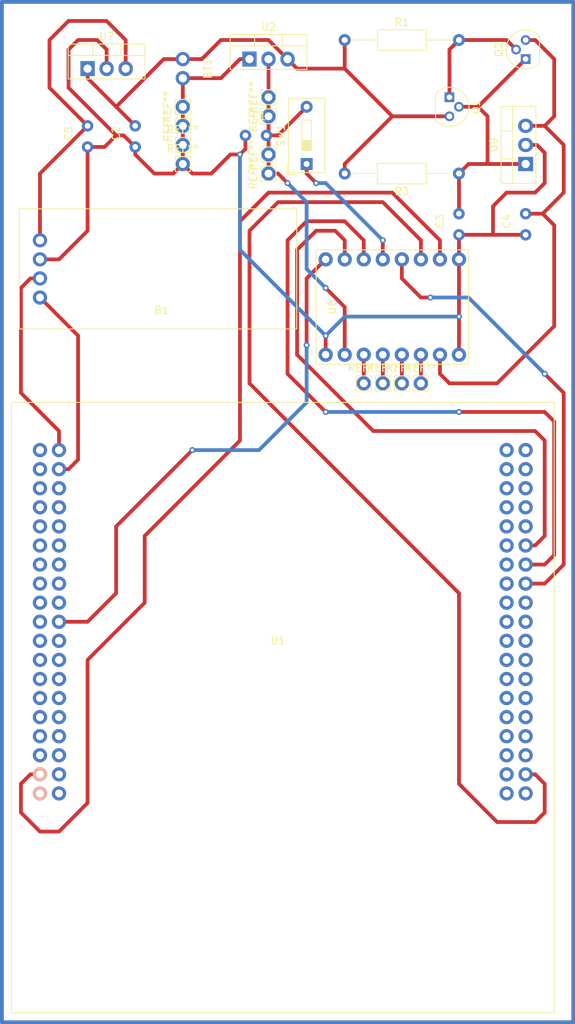
<source format=kicad_pcb>
(kicad_pcb (version 20171130) (host pcbnew "(5.1.10)-1")

  (general
    (thickness 1.6)
    (drawings 4)
    (tracks 242)
    (zones 0)
    (modules 29)
    (nets 17)
  )

  (page A4)
  (layers
    (0 F.Cu signal)
    (31 B.Cu signal)
    (32 B.Adhes user)
    (33 F.Adhes user)
    (34 B.Paste user)
    (35 F.Paste user)
    (36 B.SilkS user)
    (37 F.SilkS user)
    (38 B.Mask user)
    (39 F.Mask user)
    (40 Dwgs.User user)
    (41 Cmts.User user)
    (42 Eco1.User user)
    (43 Eco2.User user)
    (44 Edge.Cuts user)
    (45 Margin user)
    (46 B.CrtYd user)
    (47 F.CrtYd user)
    (48 B.Fab user)
    (49 F.Fab user)
  )

  (setup
    (last_trace_width 0.5)
    (user_trace_width 0.25)
    (user_trace_width 0.5)
    (trace_clearance 0.2)
    (zone_clearance 0.508)
    (zone_45_only no)
    (trace_min 0.2)
    (via_size 0.8)
    (via_drill 0.4)
    (via_min_size 0.4)
    (via_min_drill 0.3)
    (uvia_size 0.3)
    (uvia_drill 0.1)
    (uvias_allowed no)
    (uvia_min_size 0.2)
    (uvia_min_drill 0.1)
    (edge_width 0.05)
    (segment_width 0.2)
    (pcb_text_width 0.3)
    (pcb_text_size 1.5 1.5)
    (mod_edge_width 0.12)
    (mod_text_size 1 1)
    (mod_text_width 0.15)
    (pad_size 1.905 1.905)
    (pad_drill 1.05)
    (pad_to_mask_clearance 0)
    (aux_axis_origin 0 0)
    (visible_elements 7FFFFFFF)
    (pcbplotparams
      (layerselection 0x010fc_ffffffff)
      (usegerberextensions false)
      (usegerberattributes true)
      (usegerberadvancedattributes true)
      (creategerberjobfile true)
      (excludeedgelayer true)
      (linewidth 0.100000)
      (plotframeref false)
      (viasonmask false)
      (mode 1)
      (useauxorigin false)
      (hpglpennumber 1)
      (hpglpenspeed 20)
      (hpglpendiameter 15.000000)
      (psnegative false)
      (psa4output false)
      (plotreference true)
      (plotvalue true)
      (plotinvisibletext false)
      (padsonsilk false)
      (subtractmaskfromsilk false)
      (outputformat 1)
      (mirror false)
      (drillshape 1)
      (scaleselection 1)
      (outputdirectory ""))
  )

  (net 0 "")
  (net 1 RX)
  (net 2 TX)
  (net 3 GND)
  (net 4 VMOT)
  (net 5 VMOTS)
  (net 6 VCC)
  (net 7 BIN2)
  (net 8 AIN2)
  (net 9 AIN1)
  (net 10 BIN1)
  (net 11 PWMB)
  (net 12 PWMA)
  (net 13 +3V3)
  (net 14 "Net-(C3-Pad1)")
  (net 15 "Net-(Q1-Pad1)")
  (net 16 STBY)

  (net_class Default "This is the default net class."
    (clearance 0.2)
    (trace_width 0.25)
    (via_dia 0.8)
    (via_drill 0.4)
    (uvia_dia 0.3)
    (uvia_drill 0.1)
    (add_net +3V3)
    (add_net AIN1)
    (add_net AIN2)
    (add_net BIN1)
    (add_net BIN2)
    (add_net GND)
    (add_net "Net-(C3-Pad1)")
    (add_net "Net-(Q1-Pad1)")
    (add_net PWMA)
    (add_net PWMB)
    (add_net RX)
    (add_net STBY)
    (add_net TX)
    (add_net VCC)
    (add_net VMOT)
    (add_net VMOTS)
  )

  (net_class typ2 ""
    (clearance 0.2)
    (trace_width 0.5)
    (via_dia 0.8)
    (via_drill 0.4)
    (uvia_dia 0.3)
    (uvia_drill 0.1)
  )

  (module projekt_zespołowy:stm32f334R8 (layer F.Cu) (tedit 62625DF3) (tstamp 6252470D)
    (at 111.76 114.3 180)
    (path /62555389)
    (fp_text reference U1 (at 2.54 0) (layer F.SilkS)
      (effects (font (size 1 1) (thickness 0.15)))
    )
    (fp_text value STM32F334R8Tx (at 0 -2.54) (layer F.Fab)
      (effects (font (size 1 1) (thickness 0.15)))
    )
    (fp_line (start 38.1 31.75) (end 36.83 31.75) (layer F.SilkS) (width 0.12))
    (fp_line (start 38.1 -49.53) (end 38.1 31.75) (layer F.SilkS) (width 0.12))
    (fp_line (start 36.83 -49.53) (end 38.1 -49.53) (layer F.SilkS) (width 0.12))
    (fp_line (start -34.29 -20.32) (end -34.29 31.75) (layer F.SilkS) (width 0.12))
    (fp_line (start -34.29 31.75) (end 36.83 31.75) (layer F.SilkS) (width 0.12))
    (fp_line (start 36.83 -49.53) (end -34.29 -49.53) (layer F.SilkS) (width 0.12))
    (fp_line (start -34.29 -49.53) (end -34.29 -20.32) (layer F.SilkS) (width 0.12))
    (pad RESET thru_hole circle (at -27.94 -5.08 180) (size 1.905 1.905) (drill 1.05) (layers *.Cu *.Mask))
    (pad NC thru_hole circle (at -27.94 -10.16 180) (size 1.905 1.905) (drill 1.05) (layers *.Cu *.Mask))
    (pad GND thru_hole circle (at -27.94 -12.7 180) (size 1.905 1.905) (drill 1.05) (layers *.Cu *.Mask))
    (pad IOREF thru_hole circle (at -27.94 -7.62 180) (size 1.905 1.905) (drill 1.05) (layers *.Cu *.Mask))
    (pad E5V thru_hole circle (at -27.94 -15.24 180) (size 1.905 1.905) (drill 1.05) (layers *.Cu *.Mask))
    (pad 52 thru_hole circle (at -27.94 -20.32 180) (size 1.905 1.905) (drill 1.05) (layers *.Cu *.Mask))
    (pad 54 thru_hole circle (at -27.94 -17.78 180) (size 1.905 1.905) (drill 1.05) (layers *.Cu *.Mask B.Paste))
    (pad 3V3 thru_hole circle (at -27.94 -2.54 180) (size 1.905 1.905) (drill 1.05) (layers *.Cu *.Mask))
    (pad 8 thru_hole circle (at -27.94 25.4 180) (size 1.905 1.905) (drill 1.05) (layers *.Cu *.Mask))
    (pad 20 thru_hole circle (at -27.94 17.78 180) (size 1.905 1.905) (drill 1.05) (layers *.Cu *.Mask))
    (pad 15 thru_hole circle (at -27.94 15.24 180) (size 1.905 1.905) (drill 1.05) (layers *.Cu *.Mask))
    (pad 14 thru_hole circle (at -27.94 12.7 180) (size 1.905 1.905) (drill 1.05) (layers *.Cu *.Mask))
    (pad 26 thru_hole circle (at -27.94 20.32 180) (size 1.905 1.905) (drill 1.05) (layers *.Cu *.Mask))
    (pad 9 thru_hole circle (at -27.94 22.86 180) (size 1.905 1.905) (drill 1.05) (layers *.Cu *.Mask))
    (pad NC thru_hole circle (at -27.94 10.16 180) (size 1.905 1.905) (drill 1.05) (layers *.Cu *.Mask))
    (pad VIN thru_hole circle (at -27.94 7.62 180) (size 1.905 1.905) (drill 1.05) (layers *.Cu *.Mask))
    (pad GND thru_hole circle (at -27.94 5.08 180) (size 1.905 1.905) (drill 1.05) (layers *.Cu *.Mask))
    (pad GND thru_hole circle (at -27.94 2.54 180) (size 1.905 1.905) (drill 1.05) (layers *.Cu *.Mask))
    (pad 5V thru_hole circle (at -27.94 0 180) (size 1.905 1.905) (drill 1.05) (layers *.Cu F.Mask))
    (pad 46 thru_hole circle (at -30.48 -5.08 180) (size 1.905 1.905) (drill 1.05) (layers *.Cu *.Mask))
    (pad NC thru_hole circle (at -30.48 -10.16 180) (size 1.905 1.905) (drill 1.05) (layers *.Cu *.Mask))
    (pad 60 thru_hole circle (at -30.48 -12.7 180) (size 1.905 1.905) (drill 1.05) (layers *.Cu *.Mask))
    (pad NC thru_hole circle (at -30.48 -7.62 180) (size 1.905 1.905) (drill 1.05) (layers *.Cu *.Mask))
    (pad VDD thru_hole circle (at -30.48 -15.24 180) (size 1.905 1.905) (drill 1.05) (layers *.Cu *.Mask))
    (pad 51 thru_hole circle (at -30.48 -20.32 180) (size 1.905 1.905) (drill 1.05) (layers *.Cu *.Mask B.Adhes))
    (pad 53 thru_hole circle (at -30.48 -17.78 180) (size 1.905 1.905) (drill 1.05) (layers *.Cu *.Mask)
      (net 7 BIN2))
    (pad 49 thru_hole circle (at -30.48 -2.54 180) (size 1.905 1.905) (drill 1.05) (layers *.Cu *.Mask))
    (pad 11 thru_hole circle (at -30.48 25.4 180) (size 1.905 1.905) (drill 1.05) (layers *.Cu *.Mask))
    (pad 6 thru_hole circle (at -30.48 17.78 180) (size 1.905 1.905) (drill 1.05) (layers *.Cu *.Mask))
    (pad 5 thru_hole circle (at -30.48 15.24 180) (size 1.905 1.905) (drill 1.05) (layers *.Cu *.Mask))
    (pad 4 thru_hole circle (at -30.48 12.7 180) (size 1.905 1.905) (drill 1.05) (layers *.Cu *.Mask)
      (net 8 AIN2))
    (pad VBAT thru_hole circle (at -30.48 20.32 180) (size 1.905 1.905) (drill 1.05) (layers *.Cu *.Mask))
    (pad 10 thru_hole circle (at -30.48 22.86 180) (size 1.905 1.905) (drill 1.05) (layers *.Cu *.Mask))
    (pad 3 thru_hole circle (at -30.48 10.16 180) (size 1.905 1.905) (drill 1.05) (layers *.Cu *.Mask)
      (net 9 AIN1))
    (pad 2 thru_hole circle (at -30.48 7.62 180) (size 1.905 1.905) (drill 1.05) (layers *.Cu *.Mask)
      (net 10 BIN1))
    (pad 59 thru_hole circle (at -30.48 5.08 180) (size 1.905 1.905) (drill 1.05) (layers *.Cu *.Mask))
    (pad GND thru_hole circle (at -30.48 2.54 180) (size 1.905 1.905) (drill 1.05) (layers *.Cu *.Mask))
    (pad 50 thru_hole circle (at -30.48 0 180) (size 1.905 1.905) (drill 1.05) (layers *.Cu *.Mask Eco2.User))
    (pad 44 thru_hole circle (at 34.29 -5.08 180) (size 1.905 1.905) (drill 1.05) (layers *.Cu *.Mask))
    (pad NC thru_hole circle (at 34.29 -10.16 180) (size 1.905 1.905) (drill 1.05) (layers *.Cu *.Mask))
    (pad U5V thru_hole circle (at 34.29 -12.7 180) (size 1.905 1.905) (drill 1.05) (layers *.Cu *.Mask))
    (pad 45 thru_hole circle (at 34.29 -7.62 180) (size 1.905 1.905) (drill 1.05) (layers *.Cu *.Mask))
    (pad 25 thru_hole circle (at 34.29 -15.24 180) (size 1.905 1.905) (drill 1.05) (layers *.Cu *.Mask))
    (pad 39 thru_hole circle (at 34.29 -20.32 180) (size 1.905 1.905) (drill 1.05) (layers *.Cu *.Mask B.SilkS))
    (pad 37 thru_hole circle (at 34.29 -17.78 180) (size 1.905 1.905) (drill 1.05) (layers *.Cu *.Mask B.SilkS)
      (net 11 PWMB))
    (pad 33 thru_hole circle (at 34.29 -2.54 180) (size 1.905 1.905) (drill 1.05) (layers *.Cu *.Mask))
    (pad NC thru_hole circle (at 34.29 25.4 180) (size 1.905 1.905) (drill 1.05) (layers *.Cu *.Mask))
    (pad AGND thru_hole circle (at 34.29 17.78 180) (size 1.905 1.905) (drill 1.05) (layers *.Cu *.Mask))
    (pad 34 thru_hole circle (at 34.29 15.24 180) (size 1.905 1.905) (drill 1.05) (layers *.Cu *.Mask))
    (pad 35 thru_hole circle (at 34.29 12.7 180) (size 1.905 1.905) (drill 1.05) (layers *.Cu *.Mask))
    (pad 24 thru_hole circle (at 34.29 20.32 180) (size 1.905 1.905) (drill 1.05) (layers *.Cu *.Mask))
    (pad NC thru_hole circle (at 34.29 22.86 180) (size 1.905 1.905) (drill 1.05) (layers *.Cu *.Mask))
    (pad 36 thru_hole circle (at 34.29 10.16 180) (size 1.905 1.905) (drill 1.05) (layers *.Cu *.Mask))
    (pad 27 thru_hole circle (at 34.29 7.62 180) (size 1.905 1.905) (drill 1.05) (layers *.Cu *.Mask))
    (pad 28 thru_hole circle (at 34.29 5.08 180) (size 1.905 1.905) (drill 1.05) (layers *.Cu *.Mask))
    (pad GND thru_hole circle (at 34.29 2.54 180) (size 1.905 1.905) (drill 1.05) (layers *.Cu *.Mask))
    (pad 30 thru_hole circle (at 34.29 0 180) (size 1.905 1.905) (drill 1.05) (layers *.Cu *.Mask))
    (pad 40 thru_hole circle (at 31.75 -20.32 180) (size 1.905 1.905) (drill 1.05) (layers *.Cu *.Mask))
    (pad 61 thru_hole circle (at 31.75 -17.78 180) (size 1.905 1.905) (drill 1.05) (layers *.Cu *.Mask))
    (pad 62 thru_hole circle (at 31.75 -15.24 180) (size 1.905 1.905) (drill 1.05) (layers *.Cu *.Mask))
    (pad AVDD thru_hole circle (at 31.75 -12.7 180) (size 1.905 1.905) (drill 1.05) (layers *.Cu *.Mask))
    (pad GND thru_hole circle (at 31.75 -10.16 180) (size 1.905 1.905) (drill 1.05) (layers *.Cu *.Mask))
    (pad 21 thru_hole circle (at 31.75 -7.62 180) (size 1.905 1.905) (drill 1.05) (layers *.Cu *.Mask))
    (pad 22 thru_hole circle (at 31.75 -5.08 180) (size 1.905 1.905) (drill 1.05) (layers *.Cu *.Mask))
    (pad 23 thru_hole circle (at 31.75 -2.54 180) (size 1.905 1.905) (drill 1.05) (layers *.Cu *.Mask))
    (pad 58 thru_hole circle (at 31.75 0 180) (size 1.905 1.905) (drill 1.05) (layers *.Cu *.Mask))
    (pad 38 thru_hole circle (at 31.75 2.54 180) (size 1.905 1.905) (drill 1.05) (layers *.Cu *.Mask)
      (net 12 PWMA))
    (pad 42 thru_hole circle (at 31.75 5.08 180) (size 1.905 1.905) (drill 1.05) (layers *.Cu *.Mask))
    (pad 41 thru_hole circle (at 31.75 7.62 180) (size 1.905 1.905) (drill 1.05) (layers *.Cu *.Mask))
    (pad 29 thru_hole circle (at 31.75 10.16 180) (size 1.905 1.905) (drill 1.05) (layers *.Cu *.Mask))
    (pad 56 thru_hole circle (at 31.75 12.7 180) (size 1.905 1.905) (drill 1.05) (layers *.Cu *.Mask))
    (pad 57 thru_hole circle (at 31.75 15.24 180) (size 1.905 1.905) (drill 1.05) (layers *.Cu *.Mask))
    (pad 55 thru_hole circle (at 31.75 17.78 180) (size 1.905 1.905) (drill 1.05) (layers *.Cu *.Mask))
    (pad 43 thru_hole circle (at 31.75 20.32 180) (size 1.905 1.905) (drill 1.05) (layers *.Cu *.Mask))
    (pad 16 thru_hole circle (at 31.75 22.86 180) (size 1.905 1.905) (drill 1.05) (layers *.Cu *.Mask)
      (net 1 RX))
    (pad 17 thru_hole circle (at 31.75 25.4 180) (size 1.905 1.905) (drill 1.05) (layers *.Cu *.Mask)
      (net 2 TX))
  )

  (module projekt_zespołowy:pin (layer F.Cu) (tedit 625FBAA0) (tstamp 625FBD2D)
    (at 96.52 48.26)
    (fp_text reference REF** (at 0 -2.04) (layer F.SilkS)
      (effects (font (size 1 1) (thickness 0.15)))
    )
    (fp_text value pin (at 0 -3.04) (layer F.Fab)
      (effects (font (size 1 1) (thickness 0.15)))
    )
    (fp_line (start -1 -1) (end -1 1) (layer F.SilkS) (width 0.12))
    (fp_line (start -1 1) (end 1 1) (layer F.SilkS) (width 0.12))
    (fp_line (start 1 1) (end 1 -1) (layer F.SilkS) (width 0.12))
    (fp_line (start 1 -1) (end -1 -1) (layer F.SilkS) (width 0.12))
    (pad 1 thru_hole circle (at 0 0) (size 1.905 1.905) (drill 1.05) (layers *.Cu *.Mask)
      (net 3 GND))
  )

  (module projekt_zespołowy:pin (layer F.Cu) (tedit 625FBAAC) (tstamp 625FBD2D)
    (at 96.52 43.18 90)
    (fp_text reference REF** (at 0 -2.04 90) (layer F.SilkS)
      (effects (font (size 1 1) (thickness 0.15)))
    )
    (fp_text value pin (at 0 -3.04 90) (layer F.Fab)
      (effects (font (size 1 1) (thickness 0.15)))
    )
    (fp_line (start -1 -1) (end -1 1) (layer F.SilkS) (width 0.12))
    (fp_line (start -1 1) (end 1 1) (layer F.SilkS) (width 0.12))
    (fp_line (start 1 1) (end 1 -1) (layer F.SilkS) (width 0.12))
    (fp_line (start 1 -1) (end -1 -1) (layer F.SilkS) (width 0.12))
    (pad 1 thru_hole circle (at 0 0 90) (size 1.905 1.905) (drill 1.05) (layers *.Cu *.Mask)
      (net 3 GND))
  )

  (module projekt_zespołowy:pin (layer F.Cu) (tedit 625FBAA5) (tstamp 625FBD2D)
    (at 96.52 45.72 90)
    (fp_text reference REF** (at 0 -2.04 90) (layer F.SilkS)
      (effects (font (size 1 1) (thickness 0.15)))
    )
    (fp_text value pin (at 0 -3.04 90) (layer F.Fab)
      (effects (font (size 1 1) (thickness 0.15)))
    )
    (fp_line (start -1 -1) (end -1 1) (layer F.SilkS) (width 0.12))
    (fp_line (start -1 1) (end 1 1) (layer F.SilkS) (width 0.12))
    (fp_line (start 1 1) (end 1 -1) (layer F.SilkS) (width 0.12))
    (fp_line (start 1 -1) (end -1 -1) (layer F.SilkS) (width 0.12))
    (pad 1 thru_hole circle (at 0 0 90) (size 1.905 1.905) (drill 1.05) (layers *.Cu *.Mask)
      (net 3 GND))
  )

  (module projekt_zespołowy:pin (layer F.Cu) (tedit 625FBA9B) (tstamp 625FBD2D)
    (at 96.52 50.8)
    (fp_text reference REF** (at 0 -2.04) (layer F.SilkS)
      (effects (font (size 1 1) (thickness 0.15)))
    )
    (fp_text value pin (at 0 -3.04) (layer F.Fab)
      (effects (font (size 1 1) (thickness 0.15)))
    )
    (fp_line (start -1 -1) (end -1 1) (layer F.SilkS) (width 0.12))
    (fp_line (start -1 1) (end 1 1) (layer F.SilkS) (width 0.12))
    (fp_line (start 1 1) (end 1 -1) (layer F.SilkS) (width 0.12))
    (fp_line (start 1 -1) (end -1 -1) (layer F.SilkS) (width 0.12))
    (pad 1 thru_hole circle (at 0 0) (size 1.905 1.905) (drill 1.05) (layers *.Cu *.Mask)
      (net 3 GND))
  )

  (module projekt_zespołowy:pin (layer F.Cu) (tedit 625FBABF) (tstamp 625FBD2D)
    (at 107.95 49.53 90)
    (fp_text reference REF** (at 0 -2.04 90) (layer F.SilkS)
      (effects (font (size 1 1) (thickness 0.15)))
    )
    (fp_text value pin (at 0 -3.04 90) (layer F.Fab)
      (effects (font (size 1 1) (thickness 0.15)))
    )
    (fp_line (start -1 -1) (end -1 1) (layer F.SilkS) (width 0.12))
    (fp_line (start -1 1) (end 1 1) (layer F.SilkS) (width 0.12))
    (fp_line (start 1 1) (end 1 -1) (layer F.SilkS) (width 0.12))
    (fp_line (start 1 -1) (end -1 -1) (layer F.SilkS) (width 0.12))
    (pad 1 thru_hole circle (at 0 0 90) (size 1.905 1.905) (drill 1.05) (layers *.Cu *.Mask)
      (net 13 +3V3))
  )

  (module projekt_zespołowy:pin (layer F.Cu) (tedit 625FBAB9) (tstamp 625FBD2D)
    (at 107.95 44.45 90)
    (fp_text reference REF** (at 0 -2.04 90) (layer F.SilkS)
      (effects (font (size 1 1) (thickness 0.15)))
    )
    (fp_text value pin (at 0 -3.04 90) (layer F.Fab)
      (effects (font (size 1 1) (thickness 0.15)))
    )
    (fp_line (start -1 -1) (end -1 1) (layer F.SilkS) (width 0.12))
    (fp_line (start -1 1) (end 1 1) (layer F.SilkS) (width 0.12))
    (fp_line (start 1 1) (end 1 -1) (layer F.SilkS) (width 0.12))
    (fp_line (start 1 -1) (end -1 -1) (layer F.SilkS) (width 0.12))
    (pad 1 thru_hole circle (at 0 0 90) (size 1.905 1.905) (drill 1.05) (layers *.Cu *.Mask)
      (net 13 +3V3))
  )

  (module projekt_zespołowy:pin (layer F.Cu) (tedit 625FBAB4) (tstamp 625FBD2D)
    (at 107.95 41.91 90)
    (fp_text reference REF** (at 0 -2.04 90) (layer F.SilkS)
      (effects (font (size 1 1) (thickness 0.15)))
    )
    (fp_text value pin (at 0 -3.04 90) (layer F.Fab)
      (effects (font (size 1 1) (thickness 0.15)))
    )
    (fp_line (start -1 -1) (end -1 1) (layer F.SilkS) (width 0.12))
    (fp_line (start -1 1) (end 1 1) (layer F.SilkS) (width 0.12))
    (fp_line (start 1 1) (end 1 -1) (layer F.SilkS) (width 0.12))
    (fp_line (start 1 -1) (end -1 -1) (layer F.SilkS) (width 0.12))
    (pad 1 thru_hole circle (at 0 0 90) (size 1.905 1.905) (drill 1.05) (layers *.Cu *.Mask)
      (net 13 +3V3))
  )

  (module projekt_zespołowy:pin (layer F.Cu) (tedit 625FBAC4) (tstamp 625FBD2D)
    (at 107.95 52.07 90)
    (fp_text reference REF** (at 0 -2.04 90) (layer F.SilkS)
      (effects (font (size 1 1) (thickness 0.15)))
    )
    (fp_text value pin (at 0 -3.04 90) (layer F.Fab)
      (effects (font (size 1 1) (thickness 0.15)))
    )
    (fp_line (start -1 -1) (end -1 1) (layer F.SilkS) (width 0.12))
    (fp_line (start -1 1) (end 1 1) (layer F.SilkS) (width 0.12))
    (fp_line (start 1 1) (end 1 -1) (layer F.SilkS) (width 0.12))
    (fp_line (start 1 -1) (end -1 -1) (layer F.SilkS) (width 0.12))
    (pad 1 thru_hole circle (at 0 0 90) (size 1.905 1.905) (drill 1.05) (layers *.Cu *.Mask)
      (net 13 +3V3))
  )

  (module projekt_zespołowy:pin (layer F.Cu) (tedit 625FBA85) (tstamp 625FBD2D)
    (at 128.27 80.01)
    (fp_text reference REF** (at 0 -2.04) (layer F.SilkS)
      (effects (font (size 1 1) (thickness 0.15)))
    )
    (fp_text value pin (at 0 -3.04) (layer F.Fab)
      (effects (font (size 1 1) (thickness 0.15)))
    )
    (fp_line (start -1 -1) (end -1 1) (layer F.SilkS) (width 0.12))
    (fp_line (start -1 1) (end 1 1) (layer F.SilkS) (width 0.12))
    (fp_line (start 1 1) (end 1 -1) (layer F.SilkS) (width 0.12))
    (fp_line (start 1 -1) (end -1 -1) (layer F.SilkS) (width 0.12))
    (pad 1 thru_hole circle (at 0 0) (size 1.905 1.905) (drill 1.05) (layers *.Cu *.Mask))
  )

  (module projekt_zespołowy:pin (layer F.Cu) (tedit 625FBA76) (tstamp 625FBD2D)
    (at 125.73 80.01)
    (fp_text reference REF** (at 0 -2.04) (layer F.SilkS)
      (effects (font (size 1 1) (thickness 0.15)))
    )
    (fp_text value pin (at 0 -3.04) (layer F.Fab)
      (effects (font (size 1 1) (thickness 0.15)))
    )
    (fp_line (start -1 -1) (end -1 1) (layer F.SilkS) (width 0.12))
    (fp_line (start -1 1) (end 1 1) (layer F.SilkS) (width 0.12))
    (fp_line (start 1 1) (end 1 -1) (layer F.SilkS) (width 0.12))
    (fp_line (start 1 -1) (end -1 -1) (layer F.SilkS) (width 0.12))
    (pad 1 thru_hole circle (at 0 0) (size 1.905 1.905) (drill 1.05) (layers *.Cu *.Mask))
  )

  (module projekt_zespołowy:pin (layer F.Cu) (tedit 625FBA8D) (tstamp 625FBD2D)
    (at 123.19 80.01)
    (fp_text reference REF** (at 0 -2.04) (layer F.SilkS)
      (effects (font (size 1 1) (thickness 0.15)))
    )
    (fp_text value pin (at 0 -3.04) (layer F.Fab)
      (effects (font (size 1 1) (thickness 0.15)))
    )
    (fp_line (start -1 -1) (end -1 1) (layer F.SilkS) (width 0.12))
    (fp_line (start -1 1) (end 1 1) (layer F.SilkS) (width 0.12))
    (fp_line (start 1 1) (end 1 -1) (layer F.SilkS) (width 0.12))
    (fp_line (start 1 -1) (end -1 -1) (layer F.SilkS) (width 0.12))
    (pad 1 thru_hole circle (at 0 0) (size 1.905 1.905) (drill 1.05) (layers *.Cu *.Mask))
  )

  (module projekt_zespołowy:pin (layer F.Cu) (tedit 625FBA93) (tstamp 625FBD1A)
    (at 120.65 80.01)
    (fp_text reference REF** (at 0 -2.04) (layer F.SilkS)
      (effects (font (size 1 1) (thickness 0.15)))
    )
    (fp_text value pin (at 0 -3.04) (layer F.Fab)
      (effects (font (size 1 1) (thickness 0.15)))
    )
    (fp_line (start -1 -1) (end -1 1) (layer F.SilkS) (width 0.12))
    (fp_line (start -1 1) (end 1 1) (layer F.SilkS) (width 0.12))
    (fp_line (start 1 1) (end 1 -1) (layer F.SilkS) (width 0.12))
    (fp_line (start 1 -1) (end -1 -1) (layer F.SilkS) (width 0.12))
    (pad 1 thru_hole circle (at 0 0) (size 1.905 1.905) (drill 1.05) (layers *.Cu *.Mask))
  )

  (module Button_Switch_THT:SW_DIP_SPSTx01_Slide_9.78x4.72mm_W7.62mm_P2.54mm (layer F.Cu) (tedit 625FB6D3) (tstamp 62601B91)
    (at 113.03 50.8 90)
    (descr "1x-dip-switch SPST , Slide, row spacing 7.62 mm (300 mils), body size 9.78x4.72mm (see e.g. https://www.ctscorp.com/wp-content/uploads/206-208.pdf)")
    (tags "DIP Switch SPST Slide 7.62mm 300mil")
    (path /6260944A)
    (fp_text reference SW1 (at 3.81 -3.42 90) (layer F.SilkS)
      (effects (font (size 1 1) (thickness 0.15)))
    )
    (fp_text value SW_DIP_x01 (at 3.81 3.42 90) (layer F.Fab)
      (effects (font (size 1 1) (thickness 0.15)))
    )
    (fp_line (start -0.08 -2.36) (end 8.7 -2.36) (layer F.Fab) (width 0.1))
    (fp_line (start 8.7 -2.36) (end 8.7 2.36) (layer F.Fab) (width 0.1))
    (fp_line (start 8.7 2.36) (end -1.08 2.36) (layer F.Fab) (width 0.1))
    (fp_line (start -1.08 2.36) (end -1.08 -1.36) (layer F.Fab) (width 0.1))
    (fp_line (start -1.08 -1.36) (end -0.08 -2.36) (layer F.Fab) (width 0.1))
    (fp_line (start 1.78 -0.635) (end 1.78 0.635) (layer F.Fab) (width 0.1))
    (fp_line (start 1.78 0.635) (end 5.84 0.635) (layer F.Fab) (width 0.1))
    (fp_line (start 5.84 0.635) (end 5.84 -0.635) (layer F.Fab) (width 0.1))
    (fp_line (start 5.84 -0.635) (end 1.78 -0.635) (layer F.Fab) (width 0.1))
    (fp_line (start 1.78 -0.535) (end 3.133333 -0.535) (layer F.Fab) (width 0.1))
    (fp_line (start 1.78 -0.435) (end 3.133333 -0.435) (layer F.Fab) (width 0.1))
    (fp_line (start 1.78 -0.335) (end 3.133333 -0.335) (layer F.Fab) (width 0.1))
    (fp_line (start 1.78 -0.235) (end 3.133333 -0.235) (layer F.Fab) (width 0.1))
    (fp_line (start 1.78 -0.135) (end 3.133333 -0.135) (layer F.Fab) (width 0.1))
    (fp_line (start 1.78 -0.035) (end 3.133333 -0.035) (layer F.Fab) (width 0.1))
    (fp_line (start 1.78 0.065) (end 3.133333 0.065) (layer F.Fab) (width 0.1))
    (fp_line (start 1.78 0.165) (end 3.133333 0.165) (layer F.Fab) (width 0.1))
    (fp_line (start 1.78 0.265) (end 3.133333 0.265) (layer F.Fab) (width 0.1))
    (fp_line (start 1.78 0.365) (end 3.133333 0.365) (layer F.Fab) (width 0.1))
    (fp_line (start 1.78 0.465) (end 3.133333 0.465) (layer F.Fab) (width 0.1))
    (fp_line (start 1.78 0.565) (end 3.133333 0.565) (layer F.Fab) (width 0.1))
    (fp_line (start 3.133333 -0.635) (end 3.133333 0.635) (layer F.Fab) (width 0.1))
    (fp_line (start -1.14 -2.42) (end 8.76 -2.42) (layer F.SilkS) (width 0.12))
    (fp_line (start -1.14 2.42) (end 8.76 2.42) (layer F.SilkS) (width 0.12))
    (fp_line (start -1.14 -2.42) (end -1.14 2.42) (layer F.SilkS) (width 0.12))
    (fp_line (start 8.76 -2.42) (end 8.76 2.42) (layer F.SilkS) (width 0.12))
    (fp_line (start -1.38 -2.66) (end 0.004 -2.66) (layer F.SilkS) (width 0.12))
    (fp_line (start -1.38 -2.66) (end -1.38 -1.277) (layer F.SilkS) (width 0.12))
    (fp_line (start 1.78 -0.635) (end 1.78 0.635) (layer F.SilkS) (width 0.12))
    (fp_line (start 1.78 0.635) (end 5.84 0.635) (layer F.SilkS) (width 0.12))
    (fp_line (start 5.84 0.635) (end 5.84 -0.635) (layer F.SilkS) (width 0.12))
    (fp_line (start 5.84 -0.635) (end 1.78 -0.635) (layer F.SilkS) (width 0.12))
    (fp_line (start 1.78 -0.515) (end 3.133333 -0.515) (layer F.SilkS) (width 0.12))
    (fp_line (start 1.78 -0.395) (end 3.133333 -0.395) (layer F.SilkS) (width 0.12))
    (fp_line (start 1.78 -0.275) (end 3.133333 -0.275) (layer F.SilkS) (width 0.12))
    (fp_line (start 1.78 -0.155) (end 3.133333 -0.155) (layer F.SilkS) (width 0.12))
    (fp_line (start 1.78 -0.035) (end 3.133333 -0.035) (layer F.SilkS) (width 0.12))
    (fp_line (start 1.78 0.085) (end 3.133333 0.085) (layer F.SilkS) (width 0.12))
    (fp_line (start 1.78 0.205) (end 3.133333 0.205) (layer F.SilkS) (width 0.12))
    (fp_line (start 1.78 0.325) (end 3.133333 0.325) (layer F.SilkS) (width 0.12))
    (fp_line (start 1.78 0.445) (end 3.133333 0.445) (layer F.SilkS) (width 0.12))
    (fp_line (start 1.78 0.565) (end 3.133333 0.565) (layer F.SilkS) (width 0.12))
    (fp_line (start 3.133333 -0.635) (end 3.133333 0.635) (layer F.SilkS) (width 0.12))
    (fp_line (start -1.35 -2.7) (end -1.35 2.7) (layer F.CrtYd) (width 0.05))
    (fp_line (start -1.35 2.7) (end 8.95 2.7) (layer F.CrtYd) (width 0.05))
    (fp_line (start 8.95 2.7) (end 8.95 -2.7) (layer F.CrtYd) (width 0.05))
    (fp_line (start 8.95 -2.7) (end -1.35 -2.7) (layer F.CrtYd) (width 0.05))
    (fp_text user %R (at 7.27 0) (layer F.Fab)
      (effects (font (size 0.6 0.6) (thickness 0.09)))
    )
    (fp_text user on (at 5.365 -1.4975 90) (layer F.Fab)
      (effects (font (size 0.6 0.6) (thickness 0.09)))
    )
    (pad 1 thru_hole rect (at 0 0 90) (size 1.6 1.6) (drill 0.8) (layers *.Cu *.Mask)
      (net 16 STBY))
    (pad 2 thru_hole oval (at 7.62 0 90) (size 1.6 1.6) (drill 0.8) (layers *.Cu *.Mask)
      (net 13 +3V3))
    (model ${KISYS3DMOD}/Button_Switch_THT.3dshapes/SW_DIP_SPSTx01_Slide_9.78x4.72mm_W7.62mm_P2.54mm.wrl
      (at (xyz 0 0 0))
      (scale (xyz 1 1 1))
      (rotate (xyz 0 0 90))
    )
  )

  (module Package_TO_SOT_THT:TO-220-3_Vertical (layer F.Cu) (tedit 5AC8BA0D) (tstamp 625FC5C5)
    (at 105.41 36.83)
    (descr "TO-220-3, Vertical, RM 2.54mm, see https://www.vishay.com/docs/66542/to-220-1.pdf")
    (tags "TO-220-3 Vertical RM 2.54mm")
    (path /626818DD)
    (fp_text reference U2 (at 2.54 -4.27) (layer F.SilkS)
      (effects (font (size 1 1) (thickness 0.15)))
    )
    (fp_text value LD1117S33TR_SOT223 (at 2.54 2.5) (layer F.Fab)
      (effects (font (size 1 1) (thickness 0.15)))
    )
    (fp_line (start -2.46 -3.15) (end -2.46 1.25) (layer F.Fab) (width 0.1))
    (fp_line (start -2.46 1.25) (end 7.54 1.25) (layer F.Fab) (width 0.1))
    (fp_line (start 7.54 1.25) (end 7.54 -3.15) (layer F.Fab) (width 0.1))
    (fp_line (start 7.54 -3.15) (end -2.46 -3.15) (layer F.Fab) (width 0.1))
    (fp_line (start -2.46 -1.88) (end 7.54 -1.88) (layer F.Fab) (width 0.1))
    (fp_line (start 0.69 -3.15) (end 0.69 -1.88) (layer F.Fab) (width 0.1))
    (fp_line (start 4.39 -3.15) (end 4.39 -1.88) (layer F.Fab) (width 0.1))
    (fp_line (start -2.58 -3.27) (end 7.66 -3.27) (layer F.SilkS) (width 0.12))
    (fp_line (start -2.58 1.371) (end 7.66 1.371) (layer F.SilkS) (width 0.12))
    (fp_line (start -2.58 -3.27) (end -2.58 1.371) (layer F.SilkS) (width 0.12))
    (fp_line (start 7.66 -3.27) (end 7.66 1.371) (layer F.SilkS) (width 0.12))
    (fp_line (start -2.58 -1.76) (end 7.66 -1.76) (layer F.SilkS) (width 0.12))
    (fp_line (start 0.69 -3.27) (end 0.69 -1.76) (layer F.SilkS) (width 0.12))
    (fp_line (start 4.391 -3.27) (end 4.391 -1.76) (layer F.SilkS) (width 0.12))
    (fp_line (start -2.71 -3.4) (end -2.71 1.51) (layer F.CrtYd) (width 0.05))
    (fp_line (start -2.71 1.51) (end 7.79 1.51) (layer F.CrtYd) (width 0.05))
    (fp_line (start 7.79 1.51) (end 7.79 -3.4) (layer F.CrtYd) (width 0.05))
    (fp_line (start 7.79 -3.4) (end -2.71 -3.4) (layer F.CrtYd) (width 0.05))
    (fp_text user %R (at 2.54 -4.27) (layer F.Fab)
      (effects (font (size 1 1) (thickness 0.15)))
    )
    (pad 3 thru_hole oval (at 5.08 0) (size 1.905 2) (drill 1.1) (layers *.Cu *.Mask)
      (net 4 VMOT))
    (pad 2 thru_hole oval (at 2.54 0) (size 1.905 2) (drill 1.1) (layers *.Cu *.Mask)
      (net 13 +3V3))
    (pad 1 thru_hole rect (at 0 0) (size 1.905 2) (drill 1.1) (layers *.Cu *.Mask)
      (net 3 GND))
    (model ${KISYS3DMOD}/Package_TO_SOT_THT.3dshapes/TO-220-3_Vertical.wrl
      (at (xyz 0 0 0))
      (scale (xyz 1 1 1))
      (rotate (xyz 0 0 0))
    )
  )

  (module Package_TO_SOT_THT:TO-220-3_Vertical (layer F.Cu) (tedit 5AC8BA0D) (tstamp 625FC611)
    (at 142.24 50.8 90)
    (descr "TO-220-3, Vertical, RM 2.54mm, see https://www.vishay.com/docs/66542/to-220-1.pdf")
    (tags "TO-220-3 Vertical RM 2.54mm")
    (path /6260DECE)
    (fp_text reference U9 (at 2.54 -4.27 90) (layer F.SilkS)
      (effects (font (size 1 1) (thickness 0.15)))
    )
    (fp_text value LM7808_TO220 (at 2.54 2.5 90) (layer F.Fab)
      (effects (font (size 1 1) (thickness 0.15)))
    )
    (fp_line (start -2.46 -3.15) (end -2.46 1.25) (layer F.Fab) (width 0.1))
    (fp_line (start -2.46 1.25) (end 7.54 1.25) (layer F.Fab) (width 0.1))
    (fp_line (start 7.54 1.25) (end 7.54 -3.15) (layer F.Fab) (width 0.1))
    (fp_line (start 7.54 -3.15) (end -2.46 -3.15) (layer F.Fab) (width 0.1))
    (fp_line (start -2.46 -1.88) (end 7.54 -1.88) (layer F.Fab) (width 0.1))
    (fp_line (start 0.69 -3.15) (end 0.69 -1.88) (layer F.Fab) (width 0.1))
    (fp_line (start 4.39 -3.15) (end 4.39 -1.88) (layer F.Fab) (width 0.1))
    (fp_line (start -2.58 -3.27) (end 7.66 -3.27) (layer F.SilkS) (width 0.12))
    (fp_line (start -2.58 1.371) (end 7.66 1.371) (layer F.SilkS) (width 0.12))
    (fp_line (start -2.58 -3.27) (end -2.58 1.371) (layer F.SilkS) (width 0.12))
    (fp_line (start 7.66 -3.27) (end 7.66 1.371) (layer F.SilkS) (width 0.12))
    (fp_line (start -2.58 -1.76) (end 7.66 -1.76) (layer F.SilkS) (width 0.12))
    (fp_line (start 0.69 -3.27) (end 0.69 -1.76) (layer F.SilkS) (width 0.12))
    (fp_line (start 4.391 -3.27) (end 4.391 -1.76) (layer F.SilkS) (width 0.12))
    (fp_line (start -2.71 -3.4) (end -2.71 1.51) (layer F.CrtYd) (width 0.05))
    (fp_line (start -2.71 1.51) (end 7.79 1.51) (layer F.CrtYd) (width 0.05))
    (fp_line (start 7.79 1.51) (end 7.79 -3.4) (layer F.CrtYd) (width 0.05))
    (fp_line (start 7.79 -3.4) (end -2.71 -3.4) (layer F.CrtYd) (width 0.05))
    (fp_text user %R (at 2.54 -4.27 90) (layer F.Fab)
      (effects (font (size 1 1) (thickness 0.15)))
    )
    (pad 3 thru_hole oval (at 5.08 0 90) (size 1.905 2) (drill 1.1) (layers *.Cu *.Mask)
      (net 5 VMOTS))
    (pad 2 thru_hole oval (at 2.54 0 90) (size 1.905 2) (drill 1.1) (layers *.Cu *.Mask)
      (net 3 GND))
    (pad 1 thru_hole rect (at 0 0 90) (size 1.905 2) (drill 1.1) (layers *.Cu *.Mask)
      (net 14 "Net-(C3-Pad1)"))
    (model ${KISYS3DMOD}/Package_TO_SOT_THT.3dshapes/TO-220-3_Vertical.wrl
      (at (xyz 0 0 0))
      (scale (xyz 1 1 1))
      (rotate (xyz 0 0 0))
    )
  )

  (module projekt_zespołowy:TB6612FNG (layer F.Cu) (tedit 625FB6B8) (tstamp 625FC5F7)
    (at 124.46 69.85 90)
    (path /6255B122)
    (fp_text reference U8 (at 0 -8.04 90) (layer F.SilkS)
      (effects (font (size 1 1) (thickness 0.15)))
    )
    (fp_text value TB6612FNG-projekt_zespolowy (at 0 -9.04 90) (layer F.Fab)
      (effects (font (size 1 1) (thickness 0.15)))
    )
    (fp_line (start 7.62 -10.16) (end -7.62 -10.16) (layer F.SilkS) (width 0.12))
    (fp_line (start 7.62 10.16) (end 7.62 -10.16) (layer F.SilkS) (width 0.12))
    (fp_line (start -7.62 10.16) (end 7.62 10.16) (layer F.SilkS) (width 0.12))
    (fp_line (start -7.62 -10.16) (end -7.62 10.16) (layer F.SilkS) (width 0.12))
    (pad 9 thru_hole circle (at 6.35 -8.89 90) (size 1.905 1.905) (drill 1) (layers *.Cu *.Mask)
      (net 12 PWMA))
    (pad 10 thru_hole circle (at 6.35 -6.35 90) (size 1.905 1.905) (drill 1) (layers *.Cu *.Mask)
      (net 8 AIN2))
    (pad 11 thru_hole circle (at 6.35 -3.81 90) (size 1.905 1.905) (drill 1) (layers *.Cu *.Mask)
      (net 9 AIN1))
    (pad 12 thru_hole circle (at 6.35 -1.27 90) (size 1.905 1.905) (drill 1) (layers *.Cu *.Mask)
      (net 16 STBY))
    (pad 16 thru_hole circle (at 6.35 8.89 90) (size 1.905 1.905) (drill 1) (layers *.Cu *.Mask)
      (net 3 GND))
    (pad 15 thru_hole circle (at 6.35 6.35 90) (size 1.905 1.905) (drill 1) (layers *.Cu *.Mask)
      (net 11 PWMB))
    (pad 14 thru_hole circle (at 6.35 3.81 90) (size 1.905 1.905) (drill 1) (layers *.Cu *.Mask)
      (net 7 BIN2))
    (pad 13 thru_hole circle (at 6.35 1.27 90) (size 1.905 1.905) (drill 1) (layers *.Cu *.Mask)
      (net 10 BIN1))
    (pad 8 thru_hole circle (at -6.35 8.89 90) (size 1.905 1.905) (drill 1) (layers *.Cu *.Mask)
      (net 3 GND))
    (pad 7 thru_hole circle (at -6.35 6.35 90) (size 1.905 1.905) (drill 1) (layers *.Cu *.Mask)
      (net 5 VMOTS))
    (pad 6 thru_hole circle (at -6.35 3.81 90) (size 1.905 1.905) (drill 1) (layers *.Cu *.Mask))
    (pad 5 thru_hole circle (at -6.35 1.27 90) (size 1.905 1.905) (drill 1) (layers *.Cu *.Mask))
    (pad 4 thru_hole circle (at -6.35 -1.27 90) (size 1.905 1.905) (drill 1) (layers *.Cu *.Mask))
    (pad 3 thru_hole circle (at -6.35 -3.81 90) (size 1.905 1.905) (drill 1) (layers *.Cu *.Mask))
    (pad 2 thru_hole circle (at -6.35 -6.35 90) (size 1.905 1.905) (drill 1) (layers *.Cu *.Mask)
      (net 13 +3V3))
    (pad 1 thru_hole circle (at -6.35 -8.89 90) (size 1.905 1.905) (drill 1) (layers *.Cu *.Mask)
      (net 3 GND))
  )

  (module Package_TO_SOT_THT:TO-220-3_Vertical (layer F.Cu) (tedit 5AC8BA0D) (tstamp 625FC5DF)
    (at 83.82 38.1)
    (descr "TO-220-3, Vertical, RM 2.54mm, see https://www.vishay.com/docs/66542/to-220-1.pdf")
    (tags "TO-220-3 Vertical RM 2.54mm")
    (path /627A4630)
    (fp_text reference U7 (at 2.54 -4.27) (layer F.SilkS)
      (effects (font (size 1 1) (thickness 0.15)))
    )
    (fp_text value L7805 (at 2.54 2.5) (layer F.Fab)
      (effects (font (size 1 1) (thickness 0.15)))
    )
    (fp_line (start -2.46 -3.15) (end -2.46 1.25) (layer F.Fab) (width 0.1))
    (fp_line (start -2.46 1.25) (end 7.54 1.25) (layer F.Fab) (width 0.1))
    (fp_line (start 7.54 1.25) (end 7.54 -3.15) (layer F.Fab) (width 0.1))
    (fp_line (start 7.54 -3.15) (end -2.46 -3.15) (layer F.Fab) (width 0.1))
    (fp_line (start -2.46 -1.88) (end 7.54 -1.88) (layer F.Fab) (width 0.1))
    (fp_line (start 0.69 -3.15) (end 0.69 -1.88) (layer F.Fab) (width 0.1))
    (fp_line (start 4.39 -3.15) (end 4.39 -1.88) (layer F.Fab) (width 0.1))
    (fp_line (start -2.58 -3.27) (end 7.66 -3.27) (layer F.SilkS) (width 0.12))
    (fp_line (start -2.58 1.371) (end 7.66 1.371) (layer F.SilkS) (width 0.12))
    (fp_line (start -2.58 -3.27) (end -2.58 1.371) (layer F.SilkS) (width 0.12))
    (fp_line (start 7.66 -3.27) (end 7.66 1.371) (layer F.SilkS) (width 0.12))
    (fp_line (start -2.58 -1.76) (end 7.66 -1.76) (layer F.SilkS) (width 0.12))
    (fp_line (start 0.69 -3.27) (end 0.69 -1.76) (layer F.SilkS) (width 0.12))
    (fp_line (start 4.391 -3.27) (end 4.391 -1.76) (layer F.SilkS) (width 0.12))
    (fp_line (start -2.71 -3.4) (end -2.71 1.51) (layer F.CrtYd) (width 0.05))
    (fp_line (start -2.71 1.51) (end 7.79 1.51) (layer F.CrtYd) (width 0.05))
    (fp_line (start 7.79 1.51) (end 7.79 -3.4) (layer F.CrtYd) (width 0.05))
    (fp_line (start 7.79 -3.4) (end -2.71 -3.4) (layer F.CrtYd) (width 0.05))
    (fp_text user %R (at 2.54 -4.27) (layer F.Fab)
      (effects (font (size 1 1) (thickness 0.15)))
    )
    (pad 3 thru_hole oval (at 5.08 0) (size 1.905 2) (drill 1.1) (layers *.Cu *.Mask)
      (net 6 VCC))
    (pad 2 thru_hole oval (at 2.54 0) (size 1.905 2) (drill 1.1) (layers *.Cu *.Mask)
      (net 3 GND))
    (pad 1 thru_hole rect (at 0 0) (size 1.905 2) (drill 1.1) (layers *.Cu *.Mask)
      (net 4 VMOT))
    (model ${KISYS3DMOD}/Package_TO_SOT_THT.3dshapes/TO-220-3_Vertical.wrl
      (at (xyz 0 0 0))
      (scale (xyz 1 1 1))
      (rotate (xyz 0 0 0))
    )
  )

  (module Resistor_THT:R_Axial_DIN0207_L6.3mm_D2.5mm_P15.24mm_Horizontal (layer F.Cu) (tedit 5AE5139B) (tstamp 625FC556)
    (at 133.35 52.07 180)
    (descr "Resistor, Axial_DIN0207 series, Axial, Horizontal, pin pitch=15.24mm, 0.25W = 1/4W, length*diameter=6.3*2.5mm^2, http://cdn-reichelt.de/documents/datenblatt/B400/1_4W%23YAG.pdf")
    (tags "Resistor Axial_DIN0207 series Axial Horizontal pin pitch 15.24mm 0.25W = 1/4W length 6.3mm diameter 2.5mm")
    (path /62671FF1)
    (fp_text reference R3 (at 7.62 -2.37) (layer F.SilkS)
      (effects (font (size 1 1) (thickness 0.15)))
    )
    (fp_text value 3 (at 7.62 2.37) (layer F.Fab)
      (effects (font (size 1 1) (thickness 0.15)))
    )
    (fp_line (start 4.47 -1.25) (end 4.47 1.25) (layer F.Fab) (width 0.1))
    (fp_line (start 4.47 1.25) (end 10.77 1.25) (layer F.Fab) (width 0.1))
    (fp_line (start 10.77 1.25) (end 10.77 -1.25) (layer F.Fab) (width 0.1))
    (fp_line (start 10.77 -1.25) (end 4.47 -1.25) (layer F.Fab) (width 0.1))
    (fp_line (start 0 0) (end 4.47 0) (layer F.Fab) (width 0.1))
    (fp_line (start 15.24 0) (end 10.77 0) (layer F.Fab) (width 0.1))
    (fp_line (start 4.35 -1.37) (end 4.35 1.37) (layer F.SilkS) (width 0.12))
    (fp_line (start 4.35 1.37) (end 10.89 1.37) (layer F.SilkS) (width 0.12))
    (fp_line (start 10.89 1.37) (end 10.89 -1.37) (layer F.SilkS) (width 0.12))
    (fp_line (start 10.89 -1.37) (end 4.35 -1.37) (layer F.SilkS) (width 0.12))
    (fp_line (start 1.04 0) (end 4.35 0) (layer F.SilkS) (width 0.12))
    (fp_line (start 14.2 0) (end 10.89 0) (layer F.SilkS) (width 0.12))
    (fp_line (start -1.05 -1.5) (end -1.05 1.5) (layer F.CrtYd) (width 0.05))
    (fp_line (start -1.05 1.5) (end 16.29 1.5) (layer F.CrtYd) (width 0.05))
    (fp_line (start 16.29 1.5) (end 16.29 -1.5) (layer F.CrtYd) (width 0.05))
    (fp_line (start 16.29 -1.5) (end -1.05 -1.5) (layer F.CrtYd) (width 0.05))
    (fp_text user %R (at 7.62 0) (layer F.Fab)
      (effects (font (size 1 1) (thickness 0.15)))
    )
    (pad 2 thru_hole oval (at 15.24 0 180) (size 1.6 1.6) (drill 0.8) (layers *.Cu *.Mask)
      (net 4 VMOT))
    (pad 1 thru_hole circle (at 0 0 180) (size 1.6 1.6) (drill 0.8) (layers *.Cu *.Mask)
      (net 14 "Net-(C3-Pad1)"))
    (model ${KISYS3DMOD}/Resistor_THT.3dshapes/R_Axial_DIN0207_L6.3mm_D2.5mm_P15.24mm_Horizontal.wrl
      (at (xyz 0 0 0))
      (scale (xyz 1 1 1))
      (rotate (xyz 0 0 0))
    )
  )

  (module Resistor_THT:R_Axial_DIN0207_L6.3mm_D2.5mm_P15.24mm_Horizontal (layer F.Cu) (tedit 5AE5139B) (tstamp 625FC53F)
    (at 118.11 34.29)
    (descr "Resistor, Axial_DIN0207 series, Axial, Horizontal, pin pitch=15.24mm, 0.25W = 1/4W, length*diameter=6.3*2.5mm^2, http://cdn-reichelt.de/documents/datenblatt/B400/1_4W%23YAG.pdf")
    (tags "Resistor Axial_DIN0207 series Axial Horizontal pin pitch 15.24mm 0.25W = 1/4W length 6.3mm diameter 2.5mm")
    (path /626C3F89)
    (fp_text reference R1 (at 7.62 -2.37) (layer F.SilkS)
      (effects (font (size 1 1) (thickness 0.15)))
    )
    (fp_text value 15m (at 7.62 2.37) (layer F.Fab)
      (effects (font (size 1 1) (thickness 0.15)))
    )
    (fp_line (start 4.47 -1.25) (end 4.47 1.25) (layer F.Fab) (width 0.1))
    (fp_line (start 4.47 1.25) (end 10.77 1.25) (layer F.Fab) (width 0.1))
    (fp_line (start 10.77 1.25) (end 10.77 -1.25) (layer F.Fab) (width 0.1))
    (fp_line (start 10.77 -1.25) (end 4.47 -1.25) (layer F.Fab) (width 0.1))
    (fp_line (start 0 0) (end 4.47 0) (layer F.Fab) (width 0.1))
    (fp_line (start 15.24 0) (end 10.77 0) (layer F.Fab) (width 0.1))
    (fp_line (start 4.35 -1.37) (end 4.35 1.37) (layer F.SilkS) (width 0.12))
    (fp_line (start 4.35 1.37) (end 10.89 1.37) (layer F.SilkS) (width 0.12))
    (fp_line (start 10.89 1.37) (end 10.89 -1.37) (layer F.SilkS) (width 0.12))
    (fp_line (start 10.89 -1.37) (end 4.35 -1.37) (layer F.SilkS) (width 0.12))
    (fp_line (start 1.04 0) (end 4.35 0) (layer F.SilkS) (width 0.12))
    (fp_line (start 14.2 0) (end 10.89 0) (layer F.SilkS) (width 0.12))
    (fp_line (start -1.05 -1.5) (end -1.05 1.5) (layer F.CrtYd) (width 0.05))
    (fp_line (start -1.05 1.5) (end 16.29 1.5) (layer F.CrtYd) (width 0.05))
    (fp_line (start 16.29 1.5) (end 16.29 -1.5) (layer F.CrtYd) (width 0.05))
    (fp_line (start 16.29 -1.5) (end -1.05 -1.5) (layer F.CrtYd) (width 0.05))
    (fp_text user %R (at 7.62 0) (layer F.Fab)
      (effects (font (size 1 1) (thickness 0.15)))
    )
    (pad 2 thru_hole oval (at 15.24 0) (size 1.6 1.6) (drill 0.8) (layers *.Cu *.Mask)
      (net 15 "Net-(Q1-Pad1)"))
    (pad 1 thru_hole circle (at 0 0) (size 1.6 1.6) (drill 0.8) (layers *.Cu *.Mask)
      (net 4 VMOT))
    (model ${KISYS3DMOD}/Resistor_THT.3dshapes/R_Axial_DIN0207_L6.3mm_D2.5mm_P15.24mm_Horizontal.wrl
      (at (xyz 0 0 0))
      (scale (xyz 1 1 1))
      (rotate (xyz 0 0 0))
    )
  )

  (module Package_TO_SOT_THT:TO-92 (layer F.Cu) (tedit 5A279852) (tstamp 625FC528)
    (at 142.24 36.83 90)
    (descr "TO-92 leads molded, narrow, drill 0.75mm (see NXP sot054_po.pdf)")
    (tags "to-92 sc-43 sc-43a sot54 PA33 transistor")
    (path /6261B48F)
    (fp_text reference Q2 (at 1.27 -3.56 90) (layer F.SilkS)
      (effects (font (size 1 1) (thickness 0.15)))
    )
    (fp_text value Q_PNP_BCE (at 1.27 2.79 90) (layer F.Fab)
      (effects (font (size 1 1) (thickness 0.15)))
    )
    (fp_line (start -0.53 1.85) (end 3.07 1.85) (layer F.SilkS) (width 0.12))
    (fp_line (start -0.5 1.75) (end 3 1.75) (layer F.Fab) (width 0.1))
    (fp_line (start -1.46 -2.73) (end 4 -2.73) (layer F.CrtYd) (width 0.05))
    (fp_line (start -1.46 -2.73) (end -1.46 2.01) (layer F.CrtYd) (width 0.05))
    (fp_line (start 4 2.01) (end 4 -2.73) (layer F.CrtYd) (width 0.05))
    (fp_line (start 4 2.01) (end -1.46 2.01) (layer F.CrtYd) (width 0.05))
    (fp_arc (start 1.27 0) (end 1.27 -2.6) (angle 135) (layer F.SilkS) (width 0.12))
    (fp_arc (start 1.27 0) (end 1.27 -2.48) (angle -135) (layer F.Fab) (width 0.1))
    (fp_arc (start 1.27 0) (end 1.27 -2.6) (angle -135) (layer F.SilkS) (width 0.12))
    (fp_arc (start 1.27 0) (end 1.27 -2.48) (angle 135) (layer F.Fab) (width 0.1))
    (fp_text user %R (at 1.27 0 90) (layer F.Fab)
      (effects (font (size 1 1) (thickness 0.15)))
    )
    (pad 1 thru_hole rect (at 0 0 90) (size 1.3 1.3) (drill 0.75) (layers *.Cu *.Mask)
      (net 14 "Net-(C3-Pad1)"))
    (pad 3 thru_hole circle (at 2.54 0 90) (size 1.3 1.3) (drill 0.75) (layers *.Cu *.Mask)
      (net 5 VMOTS))
    (pad 2 thru_hole circle (at 1.27 -1.27 90) (size 1.3 1.3) (drill 0.75) (layers *.Cu *.Mask)
      (net 15 "Net-(Q1-Pad1)"))
    (model ${KISYS3DMOD}/Package_TO_SOT_THT.3dshapes/TO-92.wrl
      (at (xyz 0 0 0))
      (scale (xyz 1 1 1))
      (rotate (xyz 0 0 0))
    )
  )

  (module Package_TO_SOT_THT:TO-92 (layer F.Cu) (tedit 5A279852) (tstamp 625FC516)
    (at 132.08 41.91 270)
    (descr "TO-92 leads molded, narrow, drill 0.75mm (see NXP sot054_po.pdf)")
    (tags "to-92 sc-43 sc-43a sot54 PA33 transistor")
    (path /6261CA43)
    (fp_text reference Q1 (at 1.27 -3.56 90) (layer F.SilkS)
      (effects (font (size 1 1) (thickness 0.15)))
    )
    (fp_text value Q_PNP_BCE (at 1.27 2.79 90) (layer F.Fab)
      (effects (font (size 1 1) (thickness 0.15)))
    )
    (fp_line (start -0.53 1.85) (end 3.07 1.85) (layer F.SilkS) (width 0.12))
    (fp_line (start -0.5 1.75) (end 3 1.75) (layer F.Fab) (width 0.1))
    (fp_line (start -1.46 -2.73) (end 4 -2.73) (layer F.CrtYd) (width 0.05))
    (fp_line (start -1.46 -2.73) (end -1.46 2.01) (layer F.CrtYd) (width 0.05))
    (fp_line (start 4 2.01) (end 4 -2.73) (layer F.CrtYd) (width 0.05))
    (fp_line (start 4 2.01) (end -1.46 2.01) (layer F.CrtYd) (width 0.05))
    (fp_arc (start 1.27 0) (end 1.27 -2.6) (angle 135) (layer F.SilkS) (width 0.12))
    (fp_arc (start 1.27 0) (end 1.27 -2.48) (angle -135) (layer F.Fab) (width 0.1))
    (fp_arc (start 1.27 0) (end 1.27 -2.6) (angle -135) (layer F.SilkS) (width 0.12))
    (fp_arc (start 1.27 0) (end 1.27 -2.48) (angle 135) (layer F.Fab) (width 0.1))
    (fp_text user %R (at 1.27 0 90) (layer F.Fab)
      (effects (font (size 1 1) (thickness 0.15)))
    )
    (pad 1 thru_hole rect (at 0 0 270) (size 1.3 1.3) (drill 0.75) (layers *.Cu *.Mask)
      (net 15 "Net-(Q1-Pad1)"))
    (pad 3 thru_hole circle (at 2.54 0 270) (size 1.3 1.3) (drill 0.75) (layers *.Cu *.Mask)
      (net 4 VMOT))
    (pad 2 thru_hole circle (at 1.27 -1.27 270) (size 1.3 1.3) (drill 0.75) (layers *.Cu *.Mask)
      (net 14 "Net-(C3-Pad1)"))
    (model ${KISYS3DMOD}/Package_TO_SOT_THT.3dshapes/TO-92.wrl
      (at (xyz 0 0 0))
      (scale (xyz 1 1 1))
      (rotate (xyz 0 0 0))
    )
  )

  (module projekt_zespołowy:C (layer F.Cu) (tedit 625F1856) (tstamp 625FC504)
    (at 83.82 46.72 90)
    (path /6263C776)
    (fp_text reference C5 (at 0 -2.54 90) (layer F.SilkS)
      (effects (font (size 1 1) (thickness 0.15)))
    )
    (fp_text value 100n (at 0 -3.81 90) (layer F.Fab)
      (effects (font (size 1 1) (thickness 0.15)))
    )
    (pad 2 thru_hole circle (at -1.81 0 90) (size 1.524 1.524) (drill 0.762) (layers *.Cu *.Mask)
      (net 3 GND))
    (pad 1 thru_hole circle (at 1 0 90) (size 1.524 1.524) (drill 0.762) (layers *.Cu *.Mask)
      (net 6 VCC))
  )

  (module projekt_zespołowy:C (layer F.Cu) (tedit 625F1856) (tstamp 625FC4FE)
    (at 142.24 58.42 90)
    (path /62672C38)
    (fp_text reference C4 (at 0 -2.54 90) (layer F.SilkS)
      (effects (font (size 1 1) (thickness 0.15)))
    )
    (fp_text value 100n (at 0 -3.81 90) (layer F.Fab)
      (effects (font (size 1 1) (thickness 0.15)))
    )
    (pad 2 thru_hole circle (at -1.81 0 90) (size 1.524 1.524) (drill 0.762) (layers *.Cu *.Mask)
      (net 3 GND))
    (pad 1 thru_hole circle (at 1 0 90) (size 1.524 1.524) (drill 0.762) (layers *.Cu *.Mask)
      (net 5 VMOTS))
  )

  (module projekt_zespołowy:C (layer F.Cu) (tedit 625F1856) (tstamp 625FC4F8)
    (at 133.35 58.42 90)
    (path /62671222)
    (fp_text reference C3 (at 0 -2.54 90) (layer F.SilkS)
      (effects (font (size 1 1) (thickness 0.15)))
    )
    (fp_text value 330n (at 0 -3.81 90) (layer F.Fab)
      (effects (font (size 1 1) (thickness 0.15)))
    )
    (pad 2 thru_hole circle (at -1.81 0 90) (size 1.524 1.524) (drill 0.762) (layers *.Cu *.Mask)
      (net 3 GND))
    (pad 1 thru_hole circle (at 1 0 90) (size 1.524 1.524) (drill 0.762) (layers *.Cu *.Mask)
      (net 14 "Net-(C3-Pad1)"))
  )

  (module projekt_zespołowy:C (layer F.Cu) (tedit 625F1856) (tstamp 625FC4F2)
    (at 90.17 46.72 90)
    (path /626308B8)
    (fp_text reference C2 (at 0 -2.54 90) (layer F.SilkS)
      (effects (font (size 1 1) (thickness 0.15)))
    )
    (fp_text value 330n (at 0 -3.81 90) (layer F.Fab)
      (effects (font (size 1 1) (thickness 0.15)))
    )
    (pad 2 thru_hole circle (at -1.81 0 90) (size 1.524 1.524) (drill 0.762) (layers *.Cu *.Mask)
      (net 3 GND))
    (pad 1 thru_hole circle (at 1 0 90) (size 1.524 1.524) (drill 0.762) (layers *.Cu *.Mask)
      (net 4 VMOT))
  )

  (module projekt_zespołowy:C (layer F.Cu) (tedit 625F1856) (tstamp 625FC4EC)
    (at 106.68 46.99)
    (path /62639116)
    (fp_text reference C1 (at 0 -2.54) (layer F.SilkS)
      (effects (font (size 1 1) (thickness 0.15)))
    )
    (fp_text value 100n (at 0 -3.81) (layer F.Fab)
      (effects (font (size 1 1) (thickness 0.15)))
    )
    (pad 2 thru_hole circle (at -1.81 0) (size 1.524 1.524) (drill 0.762) (layers *.Cu *.Mask)
      (net 3 GND))
    (pad 1 thru_hole circle (at 1 0) (size 1.524 1.524) (drill 0.762) (layers *.Cu *.Mask)
      (net 13 +3V3))
  )

  (module projekt_zespołowy:bat (layer F.Cu) (tedit 625F2442) (tstamp 62524646)
    (at 96.52 38.1 270)
    (path /6251FDAE)
    (fp_text reference BT1 (at 0 -3.31 90) (layer F.SilkS)
      (effects (font (size 1 1) (thickness 0.15)))
    )
    (fp_text value Battery_Cell (at 0 -4.31 90) (layer F.Fab)
      (effects (font (size 1 1) (thickness 0.15)))
    )
    (fp_line (start 2.54 1.27) (end 2.54 -1.27) (layer Dwgs.User) (width 0.12))
    (fp_line (start -2.54 1.27) (end 2.54 1.27) (layer Dwgs.User) (width 0.12))
    (fp_line (start -2.54 -1.27) (end -2.54 1.27) (layer Dwgs.User) (width 0.12))
    (fp_line (start 2.54 -1.27) (end -2.54 -1.27) (layer Dwgs.User) (width 0.12))
    (pad 2 thru_hole circle (at 1.27 0 270) (size 1.905 1.905) (drill 1.1) (layers *.Cu *.Mask)
      (net 3 GND))
    (pad 1 thru_hole circle (at -1.27 0 270) (size 1.905 1.905) (drill 1.1) (layers *.Cu *.Mask)
      (net 4 VMOT))
  )

  (module projekt_zespołowy:HC-06_ZS-040 (layer F.Cu) (tedit 625F2423) (tstamp 625FC4DD)
    (at 92.71 64.77 180)
    (path /6255C17F)
    (fp_text reference B1 (at -1 -5.5) (layer F.SilkS)
      (effects (font (size 1 1) (thickness 0.15)))
    )
    (fp_text value HC-06_ZS-040-projekt_zespolowy (at -1 -6.5) (layer F.Fab)
      (effects (font (size 1 1) (thickness 0.15)))
    )
    (fp_line (start -19 -8) (end 18 -8) (layer F.SilkS) (width 0.12))
    (fp_line (start 18 -8) (end 18 8) (layer F.SilkS) (width 0.12))
    (fp_line (start 18 8) (end -19 8) (layer F.SilkS) (width 0.12))
    (fp_line (start -19 8) (end -19 -8) (layer F.SilkS) (width 0.12))
    (pad 1 thru_hole circle (at 15.24 -3.81 90) (size 1.905 1.905) (drill 1.05) (layers *.Cu *.Mask)
      (net 1 RX))
    (pad 2 thru_hole circle (at 15.24 -1.27 90) (size 1.905 1.905) (drill 1.1) (layers *.Cu *.Mask)
      (net 2 TX))
    (pad 3 thru_hole circle (at 15.24 1.27 90) (size 1.905 1.905) (drill 1.1) (layers *.Cu *.Mask)
      (net 3 GND))
    (pad 4 thru_hole circle (at 15.24 3.81 90) (size 1.905 1.905) (drill 1.1) (layers *.Cu *.Mask)
      (net 6 VCC))
  )

  (gr_line (start 72.39 29.21) (end 72.39 165.1) (layer Dwgs.User) (width 0.5) (tstamp 626001BF))
  (gr_line (start 148.59 29.21) (end 72.39 29.21) (layer Dwgs.User) (width 0.5))
  (gr_line (start 148.59 165.1) (end 148.59 29.21) (layer Dwgs.User) (width 0.5))
  (gr_line (start 72.39 165.1) (end 148.59 165.1) (layer Dwgs.User) (width 0.5))

  (segment (start 128.27 80.01) (end 128.27 76.2) (width 0.5) (layer F.Cu) (net 0))
  (segment (start 125.73 80.01) (end 125.73 76.2) (width 0.5) (layer F.Cu) (net 0))
  (segment (start 123.19 80.01) (end 123.19 76.2) (width 0.5) (layer F.Cu) (net 0))
  (segment (start 120.65 80.01) (end 120.65 76.2) (width 0.5) (layer F.Cu) (net 0))
  (segment (start 72.39 165.1) (end 72.39 118.11) (width 0.5) (layer F.Cu) (net 0))
  (segment (start 148.59 165.1) (end 72.39 165.1) (width 0.5) (layer F.Cu) (net 0))
  (segment (start 148.59 29.21) (end 148.59 165.1) (width 0.5) (layer F.Cu) (net 0))
  (segment (start 72.39 29.21) (end 148.59 29.21) (width 0.5) (layer F.Cu) (net 0))
  (segment (start 72.39 165.1) (end 72.39 29.21) (width 0.5) (layer F.Cu) (net 0))
  (segment (start 72.39 29.21) (end 72.39 165.1) (width 0.5) (layer B.Cu) (net 0))
  (segment (start 72.39 165.1) (end 148.59 165.1) (width 0.5) (layer B.Cu) (net 0))
  (segment (start 148.59 165.1) (end 148.59 29.21) (width 0.5) (layer B.Cu) (net 0))
  (segment (start 148.59 29.21) (end 72.39 29.21) (width 0.5) (layer B.Cu) (net 0))
  (segment (start 81.28 91.44) (end 80.01 91.44) (width 0.5) (layer F.Cu) (net 1))
  (segment (start 82.55 90.17) (end 81.28 91.44) (width 0.5) (layer F.Cu) (net 1))
  (segment (start 82.55 73.66) (end 82.55 90.17) (width 0.5) (layer F.Cu) (net 1))
  (segment (start 77.47 68.58) (end 82.55 73.66) (width 0.5) (layer F.Cu) (net 1))
  (segment (start 80.01 86.36) (end 80.01 88.9) (width 0.5) (layer F.Cu) (net 2))
  (segment (start 74.93 81.28) (end 80.01 86.36) (width 0.5) (layer F.Cu) (net 2))
  (segment (start 74.93 67.31) (end 74.93 81.28) (width 0.5) (layer F.Cu) (net 2))
  (segment (start 76.2 66.04) (end 74.93 67.31) (width 0.5) (layer F.Cu) (net 2))
  (segment (start 77.47 66.04) (end 76.2 66.04) (width 0.5) (layer F.Cu) (net 2))
  (segment (start 137.89 56.42) (end 137.89 60.23) (width 0.5) (layer F.Cu) (net 3))
  (segment (start 139.7 54.61) (end 137.89 56.42) (width 0.5) (layer F.Cu) (net 3))
  (segment (start 144.78 53.34) (end 143.51 54.61) (width 0.5) (layer F.Cu) (net 3))
  (segment (start 144.78 49.3) (end 144.78 53.34) (width 0.5) (layer F.Cu) (net 3))
  (segment (start 142.24 48.26) (end 143.74 48.26) (width 0.5) (layer F.Cu) (net 3))
  (segment (start 143.51 54.61) (end 139.7 54.61) (width 0.5) (layer F.Cu) (net 3))
  (segment (start 137.89 60.23) (end 142.24 60.23) (width 0.5) (layer F.Cu) (net 3))
  (segment (start 143.74 48.26) (end 144.78 49.3) (width 0.5) (layer F.Cu) (net 3))
  (segment (start 133.35 60.23) (end 137.89 60.23) (width 0.5) (layer F.Cu) (net 3))
  (segment (start 133.35 60.23) (end 133.35 63.5) (width 0.5) (layer F.Cu) (net 3))
  (segment (start 105.41 36.83) (end 104.14 36.83) (width 0.5) (layer F.Cu) (net 3))
  (segment (start 101.6 39.37) (end 96.52 39.37) (width 0.5) (layer F.Cu) (net 3))
  (segment (start 104.14 36.83) (end 101.6 39.37) (width 0.5) (layer F.Cu) (net 3))
  (segment (start 96.52 48.26) (end 96.79 48.53) (width 0.5) (layer F.Cu) (net 3))
  (segment (start 96.52 39.37) (end 96.52 48.26) (width 0.5) (layer F.Cu) (net 3))
  (segment (start 96.25 48.53) (end 96.52 48.26) (width 0.5) (layer F.Cu) (net 3))
  (segment (start 96.25 48.53) (end 96.79 48.53) (width 0.5) (layer F.Cu) (net 3))
  (segment (start 77.47 63.5) (end 80.01 63.5) (width 0.5) (layer F.Cu) (net 3))
  (segment (start 83.82 59.69) (end 83.82 48.53) (width 0.5) (layer F.Cu) (net 3))
  (segment (start 80.01 63.5) (end 83.82 59.69) (width 0.5) (layer F.Cu) (net 3))
  (segment (start 133.35 76.2) (end 133.35 71.12) (width 0.5) (layer F.Cu) (net 3))
  (segment (start 115.57 76.2) (end 115.57 73.66) (width 0.5) (layer F.Cu) (net 3))
  (segment (start 133.35 71.12) (end 133.35 63.5) (width 0.5) (layer F.Cu) (net 3) (tstamp 625FF3E9))
  (via (at 133.35 71.12) (size 0.8) (drill 0.4) (layers F.Cu B.Cu) (net 3))
  (segment (start 115.57 73.66) (end 115.57 73.66) (width 0.5) (layer F.Cu) (net 3) (tstamp 625FF3EB))
  (via (at 115.57 73.66) (size 0.8) (drill 0.4) (layers F.Cu B.Cu) (net 3))
  (segment (start 104.14 49.53) (end 104.14 49.53) (width 0.5) (layer F.Cu) (net 3) (tstamp 625FF3ED))
  (via (at 104.14 49.53) (size 0.8) (drill 0.4) (layers F.Cu B.Cu) (net 3))
  (segment (start 104.14 62.23) (end 115.57 73.66) (width 0.5) (layer B.Cu) (net 3))
  (segment (start 104.14 49.53) (end 104.14 62.23) (width 0.5) (layer B.Cu) (net 3))
  (segment (start 118.11 71.12) (end 115.57 73.66) (width 0.5) (layer B.Cu) (net 3))
  (segment (start 133.35 71.12) (end 118.11 71.12) (width 0.5) (layer B.Cu) (net 3))
  (segment (start 86.36 35.56) (end 86.36 38.1) (width 0.5) (layer F.Cu) (net 3))
  (segment (start 85.09 34.29) (end 86.36 35.56) (width 0.5) (layer F.Cu) (net 3))
  (segment (start 82.55 34.29) (end 85.09 34.29) (width 0.5) (layer F.Cu) (net 3))
  (segment (start 81.28 40.64) (end 81.28 35.56) (width 0.5) (layer F.Cu) (net 3))
  (segment (start 81.28 35.56) (end 82.55 34.29) (width 0.5) (layer F.Cu) (net 3))
  (segment (start 87.63 46.99) (end 81.28 40.64) (width 0.5) (layer F.Cu) (net 3))
  (segment (start 86.09 48.53) (end 87.63 46.99) (width 0.5) (layer F.Cu) (net 3))
  (segment (start 83.82 48.53) (end 86.09 48.53) (width 0.5) (layer F.Cu) (net 3))
  (segment (start 88.63 46.99) (end 90.17 48.53) (width 0.5) (layer F.Cu) (net 3))
  (segment (start 87.63 46.99) (end 88.63 46.99) (width 0.5) (layer F.Cu) (net 3))
  (segment (start 96.52 48.26) (end 96.52 50.8) (width 0.5) (layer F.Cu) (net 3))
  (segment (start 90.17 49.53) (end 90.17 48.53) (width 0.5) (layer F.Cu) (net 3))
  (segment (start 92.71 52.07) (end 90.17 49.53) (width 0.5) (layer F.Cu) (net 3))
  (segment (start 95.25 52.07) (end 92.71 52.07) (width 0.5) (layer F.Cu) (net 3))
  (segment (start 96.52 50.8) (end 95.25 52.07) (width 0.5) (layer F.Cu) (net 3))
  (segment (start 104.87 46.99) (end 104.87 48.8) (width 0.5) (layer F.Cu) (net 3))
  (segment (start 104.87 48.8) (end 104.14 49.53) (width 0.5) (layer F.Cu) (net 3))
  (segment (start 100.33 52.07) (end 97.79 52.07) (width 0.5) (layer F.Cu) (net 3))
  (segment (start 97.79 52.07) (end 96.52 50.8) (width 0.5) (layer F.Cu) (net 3))
  (segment (start 102.87 49.53) (end 100.33 52.07) (width 0.5) (layer F.Cu) (net 3))
  (segment (start 104.14 49.53) (end 102.87 49.53) (width 0.5) (layer F.Cu) (net 3))
  (segment (start 118.11 34.29) (end 118.11 38.1) (width 0.5) (layer F.Cu) (net 4))
  (segment (start 118.11 38.1) (end 124.46 44.45) (width 0.5) (layer F.Cu) (net 4))
  (segment (start 118.11 50.8) (end 118.11 52.07) (width 0.5) (layer F.Cu) (net 4))
  (segment (start 124.46 44.45) (end 118.11 50.8) (width 0.5) (layer F.Cu) (net 4))
  (segment (start 124.46 44.45) (end 132.08 44.45) (width 0.5) (layer F.Cu) (net 4))
  (segment (start 111.76 38.1) (end 110.49 36.83) (width 0.5) (layer F.Cu) (net 4))
  (segment (start 118.11 38.1) (end 111.76 38.1) (width 0.5) (layer F.Cu) (net 4))
  (segment (start 96.52 36.83) (end 99.06 36.83) (width 0.5) (layer F.Cu) (net 4))
  (segment (start 99.06 36.83) (end 101.6 34.29) (width 0.5) (layer F.Cu) (net 4))
  (segment (start 107.95 34.29) (end 110.49 36.83) (width 0.5) (layer F.Cu) (net 4))
  (segment (start 101.6 34.29) (end 107.95 34.29) (width 0.5) (layer F.Cu) (net 4))
  (segment (start 83.82 39.37) (end 83.82 38.1) (width 0.5) (layer F.Cu) (net 4))
  (segment (start 87.63 43.18) (end 83.82 39.37) (width 0.5) (layer F.Cu) (net 4))
  (segment (start 93.98 36.83) (end 96.52 36.83) (width 0.5) (layer F.Cu) (net 4))
  (segment (start 87.63 43.18) (end 93.98 36.83) (width 0.5) (layer F.Cu) (net 4))
  (segment (start 90.17 45.72) (end 87.63 43.18) (width 0.5) (layer F.Cu) (net 4))
  (segment (start 142.24 34.29) (end 143.51 34.29) (width 0.5) (layer F.Cu) (net 5))
  (segment (start 143.51 34.29) (end 146.05 36.83) (width 0.5) (layer F.Cu) (net 5))
  (segment (start 146.05 36.83) (end 146.05 41.91) (width 0.5) (layer F.Cu) (net 5))
  (segment (start 147.32 54.61) (end 147.32 48.26) (width 0.5) (layer F.Cu) (net 5))
  (segment (start 144.51 57.42) (end 147.32 54.61) (width 0.5) (layer F.Cu) (net 5))
  (segment (start 144.78 45.72) (end 142.24 45.72) (width 0.5) (layer F.Cu) (net 5))
  (segment (start 147.32 48.26) (end 144.78 45.72) (width 0.5) (layer F.Cu) (net 5))
  (segment (start 142.24 57.42) (end 144.51 57.42) (width 0.5) (layer F.Cu) (net 5))
  (segment (start 146.05 41.91) (end 146.05 44.45) (width 0.5) (layer F.Cu) (net 5))
  (segment (start 146.05 44.45) (end 144.78 45.72) (width 0.5) (layer F.Cu) (net 5))
  (segment (start 146.05 58.96) (end 144.51 57.42) (width 0.5) (layer F.Cu) (net 5))
  (segment (start 146.05 72.39) (end 146.05 58.96) (width 0.5) (layer F.Cu) (net 5))
  (segment (start 138.43 80.01) (end 146.05 72.39) (width 0.5) (layer F.Cu) (net 5))
  (segment (start 130.81 78.74) (end 132.08 80.01) (width 0.5) (layer F.Cu) (net 5))
  (segment (start 132.08 80.01) (end 138.43 80.01) (width 0.5) (layer F.Cu) (net 5))
  (segment (start 130.81 76.2) (end 130.81 78.74) (width 0.5) (layer F.Cu) (net 5))
  (segment (start 78.74 40.64) (end 83.82 45.72) (width 0.5) (layer F.Cu) (net 6))
  (segment (start 78.74 36.83) (end 78.74 40.64) (width 0.5) (layer F.Cu) (net 6))
  (segment (start 77.47 52.07) (end 77.47 60.96) (width 0.5) (layer F.Cu) (net 6))
  (segment (start 83.82 45.72) (end 77.47 52.07) (width 0.5) (layer F.Cu) (net 6))
  (segment (start 88.9 38.1) (end 88.9 34.29) (width 0.5) (layer F.Cu) (net 6))
  (segment (start 88.9 34.29) (end 86.36 31.75) (width 0.5) (layer F.Cu) (net 6))
  (segment (start 86.36 31.75) (end 81.28 31.75) (width 0.5) (layer F.Cu) (net 6))
  (segment (start 81.28 31.75) (end 78.74 34.29) (width 0.5) (layer F.Cu) (net 6))
  (segment (start 78.74 34.29) (end 78.74 36.83) (width 0.5) (layer F.Cu) (net 6))
  (segment (start 128.27 60.96) (end 128.27 63.5) (width 0.5) (layer F.Cu) (net 7))
  (segment (start 109.22 55.88) (end 123.19 55.88) (width 0.5) (layer F.Cu) (net 7))
  (segment (start 105.41 80.01) (end 105.41 59.69) (width 0.5) (layer F.Cu) (net 7))
  (segment (start 105.41 59.69) (end 109.22 55.88) (width 0.5) (layer F.Cu) (net 7))
  (segment (start 133.35 107.95) (end 105.41 80.01) (width 0.5) (layer F.Cu) (net 7))
  (segment (start 133.35 133.35) (end 133.35 107.95) (width 0.5) (layer F.Cu) (net 7))
  (segment (start 138.43 138.43) (end 133.35 133.35) (width 0.5) (layer F.Cu) (net 7))
  (segment (start 144.78 137.16) (end 143.51 138.43) (width 0.5) (layer F.Cu) (net 7))
  (segment (start 143.51 138.43) (end 138.43 138.43) (width 0.5) (layer F.Cu) (net 7))
  (segment (start 144.78 133.35) (end 144.78 137.16) (width 0.5) (layer F.Cu) (net 7))
  (segment (start 123.19 55.88) (end 128.27 60.96) (width 0.5) (layer F.Cu) (net 7))
  (segment (start 143.51 132.08) (end 144.78 133.35) (width 0.5) (layer F.Cu) (net 7))
  (segment (start 142.24 132.08) (end 143.51 132.08) (width 0.5) (layer F.Cu) (net 7))
  (segment (start 118.11 60.96) (end 118.11 63.5) (width 0.5) (layer F.Cu) (net 8))
  (segment (start 116.84 59.69) (end 118.11 60.96) (width 0.5) (layer F.Cu) (net 8))
  (segment (start 111.76 62.23) (end 114.3 59.69) (width 0.5) (layer F.Cu) (net 8))
  (segment (start 111.76 76.2) (end 111.76 62.23) (width 0.5) (layer F.Cu) (net 8))
  (segment (start 121.92 86.36) (end 111.76 76.2) (width 0.5) (layer F.Cu) (net 8))
  (segment (start 114.3 59.69) (end 116.84 59.69) (width 0.5) (layer F.Cu) (net 8))
  (segment (start 143.51 86.36) (end 121.92 86.36) (width 0.5) (layer F.Cu) (net 8))
  (segment (start 143.51 101.6) (end 144.78 100.33) (width 0.5) (layer F.Cu) (net 8))
  (segment (start 142.24 101.6) (end 143.51 101.6) (width 0.5) (layer F.Cu) (net 8))
  (segment (start 144.78 100.33) (end 144.78 87.63) (width 0.5) (layer F.Cu) (net 8))
  (segment (start 144.78 87.63) (end 143.51 86.36) (width 0.5) (layer F.Cu) (net 8))
  (segment (start 120.65 63.5) (end 120.65 60.96) (width 0.5) (layer F.Cu) (net 9))
  (segment (start 120.65 60.96) (end 118.11 58.42) (width 0.5) (layer F.Cu) (net 9))
  (segment (start 118.11 58.42) (end 113.03 58.42) (width 0.5) (layer F.Cu) (net 9))
  (segment (start 113.03 58.42) (end 110.49 60.96) (width 0.5) (layer F.Cu) (net 9))
  (segment (start 110.49 60.96) (end 110.49 74.93) (width 0.5) (layer F.Cu) (net 9))
  (segment (start 142.24 104.14) (end 143.51 104.14) (width 0.5) (layer F.Cu) (net 9))
  (segment (start 143.51 104.14) (end 144.78 104.14) (width 0.5) (layer F.Cu) (net 9))
  (segment (start 144.78 104.14) (end 146.05 102.87) (width 0.5) (layer F.Cu) (net 9))
  (segment (start 110.49 74.93) (end 110.49 78.74) (width 0.5) (layer F.Cu) (net 9))
  (segment (start 144.78 83.82) (end 133.35 83.82) (width 0.5) (layer F.Cu) (net 9))
  (segment (start 133.35 83.82) (end 133.35 83.82) (width 0.5) (layer F.Cu) (net 9) (tstamp 625FFD56))
  (via (at 133.35 83.82) (size 0.8) (drill 0.4) (layers F.Cu B.Cu) (net 9))
  (segment (start 110.49 78.74) (end 115.57 83.82) (width 0.5) (layer F.Cu) (net 9))
  (segment (start 115.57 83.82) (end 115.57 83.82) (width 0.5) (layer F.Cu) (net 9) (tstamp 625FFD58))
  (via (at 115.57 83.82) (size 0.8) (drill 0.4) (layers F.Cu B.Cu) (net 9))
  (segment (start 133.35 83.82) (end 115.57 83.82) (width 0.5) (layer B.Cu) (net 9))
  (segment (start 146.05 85.09) (end 146.05 102.87) (width 0.5) (layer F.Cu) (net 9))
  (segment (start 146.05 85.09) (end 144.78 83.82) (width 0.5) (layer F.Cu) (net 9))
  (segment (start 142.24 106.68) (end 144.78 106.68) (width 0.5) (layer F.Cu) (net 10))
  (segment (start 144.78 106.68) (end 146.05 105.41) (width 0.5) (layer F.Cu) (net 10))
  (segment (start 146.05 80.01) (end 144.78 78.74) (width 0.5) (layer F.Cu) (net 10))
  (segment (start 144.78 78.74) (end 144.78 78.74) (width 0.5) (layer F.Cu) (net 10) (tstamp 625FF78F))
  (via (at 144.78 78.74) (size 0.8) (drill 0.4) (layers F.Cu B.Cu) (net 10))
  (segment (start 144.78 78.74) (end 138.43 72.39) (width 0.5) (layer B.Cu) (net 10))
  (segment (start 138.43 72.39) (end 134.62 68.58) (width 0.5) (layer B.Cu) (net 10))
  (segment (start 134.62 68.58) (end 129.54 68.58) (width 0.5) (layer B.Cu) (net 10))
  (segment (start 129.54 68.58) (end 129.54 68.58) (width 0.5) (layer B.Cu) (net 10) (tstamp 625FF796))
  (via (at 129.54 68.58) (size 0.8) (drill 0.4) (layers F.Cu B.Cu) (net 10))
  (segment (start 129.54 68.58) (end 128.27 68.58) (width 0.5) (layer F.Cu) (net 10))
  (segment (start 125.73 66.04) (end 125.73 63.5) (width 0.5) (layer F.Cu) (net 10))
  (segment (start 128.27 68.58) (end 125.73 66.04) (width 0.5) (layer F.Cu) (net 10))
  (segment (start 146.05 105.41) (end 147.32 104.14) (width 0.5) (layer F.Cu) (net 10))
  (segment (start 147.32 104.14) (end 147.32 81.28) (width 0.5) (layer F.Cu) (net 10))
  (segment (start 147.32 81.28) (end 146.05 80.01) (width 0.5) (layer F.Cu) (net 10))
  (segment (start 76.2 132.08) (end 77.47 132.08) (width 0.5) (layer F.Cu) (net 11))
  (segment (start 74.93 133.35) (end 76.2 132.08) (width 0.5) (layer F.Cu) (net 11))
  (segment (start 130.81 63.5) (end 130.81 60.96) (width 0.5) (layer F.Cu) (net 11))
  (segment (start 104.14 87.63) (end 91.44 100.33) (width 0.5) (layer F.Cu) (net 11))
  (segment (start 130.81 60.96) (end 124.46 54.61) (width 0.5) (layer F.Cu) (net 11))
  (segment (start 124.46 54.61) (end 107.95 54.61) (width 0.5) (layer F.Cu) (net 11))
  (segment (start 83.82 116.84) (end 83.82 135.89) (width 0.5) (layer F.Cu) (net 11))
  (segment (start 107.95 54.61) (end 104.14 58.42) (width 0.5) (layer F.Cu) (net 11))
  (segment (start 80.01 139.7) (end 77.47 139.7) (width 0.5) (layer F.Cu) (net 11))
  (segment (start 91.44 100.33) (end 91.44 109.22) (width 0.5) (layer F.Cu) (net 11))
  (segment (start 91.44 109.22) (end 83.82 116.84) (width 0.5) (layer F.Cu) (net 11))
  (segment (start 104.14 58.42) (end 104.14 87.63) (width 0.5) (layer F.Cu) (net 11))
  (segment (start 83.82 135.89) (end 80.01 139.7) (width 0.5) (layer F.Cu) (net 11))
  (segment (start 77.47 139.7) (end 74.93 137.16) (width 0.5) (layer F.Cu) (net 11))
  (segment (start 74.93 137.16) (end 74.93 133.35) (width 0.5) (layer F.Cu) (net 11))
  (segment (start 115.57 63.5) (end 113.03 66.04) (width 0.5) (layer F.Cu) (net 12))
  (segment (start 113.03 66.04) (end 113.03 74.93) (width 0.5) (layer F.Cu) (net 12))
  (segment (start 113.03 74.93) (end 113.03 74.93) (width 0.5) (layer F.Cu) (net 12) (tstamp 625FF91C))
  (via (at 113.03 74.93) (size 0.8) (drill 0.4) (layers F.Cu B.Cu) (net 12))
  (segment (start 113.03 74.93) (end 113.03 82.55) (width 0.5) (layer B.Cu) (net 12))
  (segment (start 113.03 82.55) (end 106.68 88.9) (width 0.5) (layer B.Cu) (net 12))
  (segment (start 97.79 88.9) (end 97.79 88.9) (width 0.5) (layer B.Cu) (net 12) (tstamp 625FFD5A))
  (via (at 97.79 88.9) (size 0.8) (drill 0.4) (layers F.Cu B.Cu) (net 12))
  (segment (start 106.68 88.9) (end 97.79 88.9) (width 0.5) (layer B.Cu) (net 12))
  (segment (start 83.82 111.76) (end 80.01 111.76) (width 0.5) (layer F.Cu) (net 12))
  (segment (start 87.63 107.95) (end 83.82 111.76) (width 0.5) (layer F.Cu) (net 12))
  (segment (start 87.63 99.06) (end 87.63 107.95) (width 0.5) (layer F.Cu) (net 12))
  (segment (start 97.79 88.9) (end 87.63 99.06) (width 0.5) (layer F.Cu) (net 12))
  (segment (start 107.95 46.72) (end 107.68 46.99) (width 0.5) (layer F.Cu) (net 13))
  (segment (start 107.95 36.83) (end 107.95 46.72) (width 0.5) (layer F.Cu) (net 13))
  (segment (start 109.22 46.99) (end 107.68 46.99) (width 0.5) (layer F.Cu) (net 13))
  (segment (start 109.22 46.99) (end 113.03 43.18) (width 0.5) (layer F.Cu) (net 13))
  (segment (start 118.11 76.2) (end 118.11 72.39) (width 0.5) (layer F.Cu) (net 13))
  (segment (start 118.11 72.39) (end 118.11 69.85) (width 0.5) (layer F.Cu) (net 13))
  (segment (start 118.11 69.85) (end 115.57 67.31) (width 0.5) (layer F.Cu) (net 13))
  (segment (start 115.57 67.31) (end 115.57 67.31) (width 0.5) (layer F.Cu) (net 13) (tstamp 62602C27))
  (via (at 115.57 67.31) (size 0.8) (drill 0.4) (layers F.Cu B.Cu) (net 13))
  (segment (start 115.57 67.31) (end 113.03 64.77) (width 0.5) (layer B.Cu) (net 13))
  (segment (start 113.03 64.77) (end 113.03 57.15) (width 0.5) (layer B.Cu) (net 13))
  (segment (start 113.03 57.15) (end 113.03 55.88) (width 0.5) (layer B.Cu) (net 13))
  (segment (start 113.03 55.88) (end 110.49 53.34) (width 0.5) (layer B.Cu) (net 13))
  (segment (start 110.49 53.34) (end 110.49 53.34) (width 0.5) (layer B.Cu) (net 13) (tstamp 62602C29))
  (via (at 110.49 53.34) (size 0.8) (drill 0.4) (layers F.Cu B.Cu) (net 13))
  (segment (start 107.95 47.26) (end 107.68 46.99) (width 0.5) (layer F.Cu) (net 13))
  (segment (start 107.95 49.53) (end 107.95 44.45) (width 0.5) (layer F.Cu) (net 13))
  (segment (start 107.95 52.07) (end 107.95 49.53) (width 0.5) (layer F.Cu) (net 13))
  (segment (start 109.22 52.07) (end 110.49 53.34) (width 0.5) (layer F.Cu) (net 13))
  (segment (start 107.95 52.07) (end 109.22 52.07) (width 0.5) (layer F.Cu) (net 13))
  (segment (start 135.89 43.18) (end 142.24 36.83) (width 0.5) (layer F.Cu) (net 14))
  (segment (start 133.35 43.18) (end 135.89 43.18) (width 0.5) (layer F.Cu) (net 14))
  (segment (start 134.62 50.8) (end 133.35 52.07) (width 0.5) (layer F.Cu) (net 14))
  (segment (start 142.24 50.8) (end 134.62 50.8) (width 0.5) (layer F.Cu) (net 14))
  (segment (start 135.89 43.18) (end 137.16 44.45) (width 0.5) (layer F.Cu) (net 14))
  (segment (start 137.16 44.45) (end 137.16 50.8) (width 0.5) (layer F.Cu) (net 14))
  (segment (start 133.35 57.42) (end 133.35 52.07) (width 0.5) (layer F.Cu) (net 14))
  (segment (start 132.08 35.56) (end 133.35 34.29) (width 0.5) (layer F.Cu) (net 15))
  (segment (start 132.08 41.91) (end 132.08 35.56) (width 0.5) (layer F.Cu) (net 15))
  (segment (start 139.7 34.29) (end 140.97 35.56) (width 0.5) (layer F.Cu) (net 15))
  (segment (start 133.35 34.29) (end 139.7 34.29) (width 0.5) (layer F.Cu) (net 15))
  (segment (start 123.19 63.5) (end 123.19 60.96) (width 0.5) (layer F.Cu) (net 16))
  (segment (start 123.19 60.96) (end 123.19 60.96) (width 0.5) (layer F.Cu) (net 16) (tstamp 625FF3E5))
  (via (at 123.19 60.96) (size 0.8) (drill 0.4) (layers F.Cu B.Cu) (net 16))
  (segment (start 114.3 53.34) (end 114.3 53.34) (width 0.5) (layer B.Cu) (net 16) (tstamp 625FF3E7))
  (via (at 114.3 53.34) (size 0.8) (drill 0.4) (layers F.Cu B.Cu) (net 16))
  (segment (start 113.03 50.8) (end 113.03 52.07) (width 0.5) (layer F.Cu) (net 16))
  (segment (start 113.03 52.07) (end 114.3 53.34) (width 0.5) (layer F.Cu) (net 16))
  (segment (start 115.57 53.34) (end 114.3 53.34) (width 0.5) (layer B.Cu) (net 16))
  (segment (start 123.19 60.96) (end 115.57 53.34) (width 0.5) (layer B.Cu) (net 16))

)

</source>
